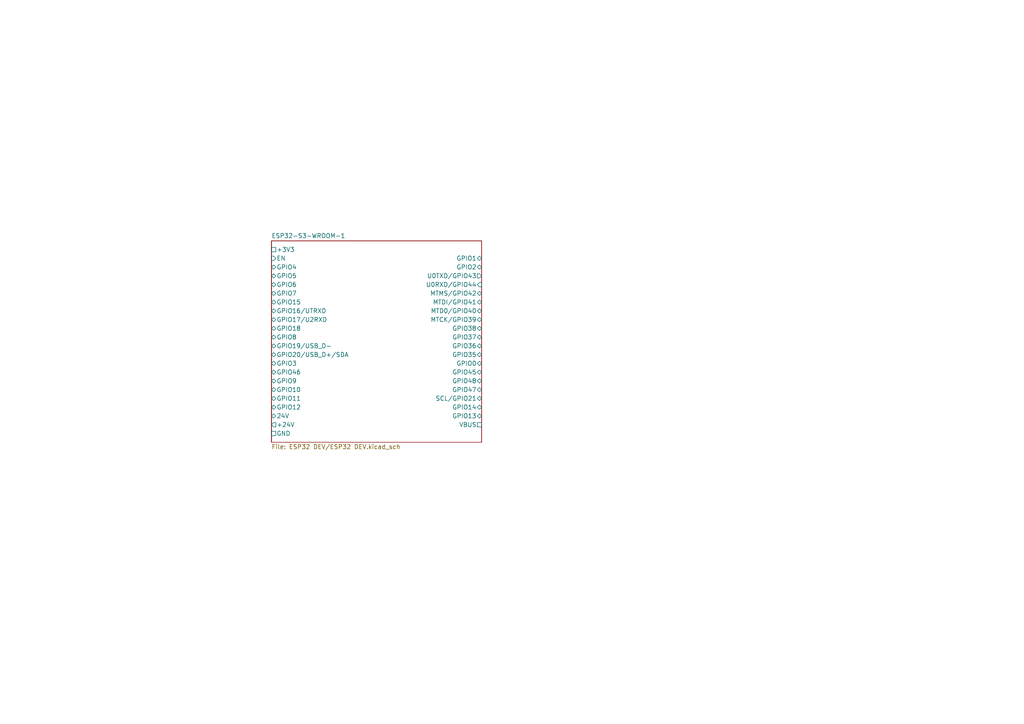
<source format=kicad_sch>
(kicad_sch
	(version 20231120)
	(generator "eeschema")
	(generator_version "8.0")
	(uuid "2620ac77-dbc2-4aa4-9d5b-f8527d9221bb")
	(paper "A4")
	(lib_symbols)
	(sheet
		(at 78.74 69.85)
		(size 60.96 58.42)
		(fields_autoplaced yes)
		(stroke
			(width 0.1524)
			(type solid)
		)
		(fill
			(color 0 0 0 0.0000)
		)
		(uuid "89e51f82-56d8-4751-8588-2441f0b7f948")
		(property "Sheetname" "ESP32-S3-WROOM-1"
			(at 78.74 69.1384 0)
			(effects
				(font
					(size 1.27 1.27)
				)
				(justify left bottom)
			)
		)
		(property "Sheetfile" "ESP32 DEV/ESP32 DEV.kicad_sch"
			(at 78.74 128.8546 0)
			(effects
				(font
					(size 1.27 1.27)
				)
				(justify left top)
			)
		)
		(pin "+3V3" passive
			(at 78.74 72.39 180)
			(effects
				(font
					(size 1.27 1.27)
				)
				(justify left)
			)
			(uuid "4a94782e-5469-418c-a113-644b0fcab719")
		)
		(pin "EN" input
			(at 78.74 74.93 180)
			(effects
				(font
					(size 1.27 1.27)
				)
				(justify left)
			)
			(uuid "89814a20-45df-4fb0-ac10-a45a00757dd5")
		)
		(pin "GPIO6" bidirectional
			(at 78.74 82.55 180)
			(effects
				(font
					(size 1.27 1.27)
				)
				(justify left)
			)
			(uuid "472c2433-6fee-46aa-8805-d30b8095aa9b")
		)
		(pin "GPIO5" bidirectional
			(at 78.74 80.01 180)
			(effects
				(font
					(size 1.27 1.27)
				)
				(justify left)
			)
			(uuid "4731feb0-565e-4b9d-988f-dc24fa2a9000")
		)
		(pin "GPIO3" bidirectional
			(at 78.74 105.41 180)
			(effects
				(font
					(size 1.27 1.27)
				)
				(justify left)
			)
			(uuid "38ec3fd7-9c8d-4f42-a692-73ced588c2cf")
		)
		(pin "GPIO19{slash}USB_D-" bidirectional
			(at 78.74 100.33 180)
			(effects
				(font
					(size 1.27 1.27)
				)
				(justify left)
			)
			(uuid "4665d0a5-2781-4650-bb92-8d247b54f6f0")
		)
		(pin "GPIO7" bidirectional
			(at 78.74 85.09 180)
			(effects
				(font
					(size 1.27 1.27)
				)
				(justify left)
			)
			(uuid "35eaec48-6f1a-44f0-8573-999a6e7c0418")
		)
		(pin "GPIO4" bidirectional
			(at 78.74 77.47 180)
			(effects
				(font
					(size 1.27 1.27)
				)
				(justify left)
			)
			(uuid "2aa7493a-94c3-44b0-a459-f502aba4c891")
		)
		(pin "GPIO15" bidirectional
			(at 78.74 87.63 180)
			(effects
				(font
					(size 1.27 1.27)
				)
				(justify left)
			)
			(uuid "189617da-b870-48d1-ac2d-8ecc43e39956")
		)
		(pin "+24V" output
			(at 78.74 123.19 180)
			(effects
				(font
					(size 1.27 1.27)
				)
				(justify left)
			)
			(uuid "70353765-0c00-4058-9413-b6d764d91bba")
		)
		(pin "GND" passive
			(at 78.74 125.73 180)
			(effects
				(font
					(size 1.27 1.27)
				)
				(justify left)
			)
			(uuid "7b07c9f0-c6d7-4c94-8fb0-726c99f74a78")
		)
		(pin "GPIO12" bidirectional
			(at 78.74 118.11 180)
			(effects
				(font
					(size 1.27 1.27)
				)
				(justify left)
			)
			(uuid "92d71a3c-7875-412b-8124-846cf81f428f")
		)
		(pin "GPIO14" bidirectional
			(at 139.7 118.11 0)
			(effects
				(font
					(size 1.27 1.27)
				)
				(justify right)
			)
			(uuid "18ad65cf-f3cc-4533-b801-054ae1838ba7")
		)
		(pin "VBUS" passive
			(at 139.7 123.19 0)
			(effects
				(font
					(size 1.27 1.27)
				)
				(justify right)
			)
			(uuid "0b9cd399-4f79-4bb7-871b-317acb52ccb0")
		)
		(pin "24V" bidirectional
			(at 78.74 120.65 180)
			(effects
				(font
					(size 1.27 1.27)
				)
				(justify left)
			)
			(uuid "3cb4d562-e854-4e09-9f39-cf66b8fadab0")
		)
		(pin "GPIO13" bidirectional
			(at 139.7 120.65 0)
			(effects
				(font
					(size 1.27 1.27)
				)
				(justify right)
			)
			(uuid "7b4f21a2-bf87-4f17-8b53-0f4fb2906f4c")
		)
		(pin "MTD0{slash}GPIO40" bidirectional
			(at 139.7 90.17 0)
			(effects
				(font
					(size 1.27 1.27)
				)
				(justify right)
			)
			(uuid "953a0742-fe97-4ed1-854d-b1c3331c54d0")
		)
		(pin "GPIO8" bidirectional
			(at 78.74 97.79 180)
			(effects
				(font
					(size 1.27 1.27)
				)
				(justify left)
			)
			(uuid "3ca32cc6-c02b-4ea3-a6fa-3f3136603fe6")
		)
		(pin "GPIO17{slash}U2RXD" bidirectional
			(at 78.74 92.71 180)
			(effects
				(font
					(size 1.27 1.27)
				)
				(justify left)
			)
			(uuid "8bb7c77e-2cdc-4f83-81f0-261c15d4e33a")
		)
		(pin "GPIO37" bidirectional
			(at 139.7 97.79 0)
			(effects
				(font
					(size 1.27 1.27)
				)
				(justify right)
			)
			(uuid "f6b7a651-b3c9-45ff-9a83-7c301a2b84c4")
		)
		(pin "GPIO16{slash}UTRXD" bidirectional
			(at 78.74 90.17 180)
			(effects
				(font
					(size 1.27 1.27)
				)
				(justify left)
			)
			(uuid "1f29fc8c-d634-419e-8ba6-019b86b10b5e")
		)
		(pin "GPIO18" bidirectional
			(at 78.74 95.25 180)
			(effects
				(font
					(size 1.27 1.27)
				)
				(justify left)
			)
			(uuid "3dd23469-11e1-457d-9287-9600f4803367")
		)
		(pin "SCL{slash}GPIO21" bidirectional
			(at 139.7 115.57 0)
			(effects
				(font
					(size 1.27 1.27)
				)
				(justify right)
			)
			(uuid "0c2a63c4-431f-4d58-b6e0-70598f3c2027")
		)
		(pin "MTDI{slash}GPIO41" bidirectional
			(at 139.7 87.63 0)
			(effects
				(font
					(size 1.27 1.27)
				)
				(justify right)
			)
			(uuid "be0b9ad7-4232-46c0-8297-3964799c2e35")
		)
		(pin "GPIO35" bidirectional
			(at 139.7 102.87 0)
			(effects
				(font
					(size 1.27 1.27)
				)
				(justify right)
			)
			(uuid "a41e2850-1b37-4651-8dec-ce6ee6f42362")
		)
		(pin "GPIO48" bidirectional
			(at 139.7 110.49 0)
			(effects
				(font
					(size 1.27 1.27)
				)
				(justify right)
			)
			(uuid "0d4d6dd9-db75-4105-bc18-7dc1ed3098de")
		)
		(pin "GPIO36" bidirectional
			(at 139.7 100.33 0)
			(effects
				(font
					(size 1.27 1.27)
				)
				(justify right)
			)
			(uuid "34ac58da-6589-4665-9784-ca11e76639dd")
		)
		(pin "GPIO38" bidirectional
			(at 139.7 95.25 0)
			(effects
				(font
					(size 1.27 1.27)
				)
				(justify right)
			)
			(uuid "ca181a95-e12c-4628-98c2-4d72ca069a8e")
		)
		(pin "GPIO2" bidirectional
			(at 139.7 77.47 0)
			(effects
				(font
					(size 1.27 1.27)
				)
				(justify right)
			)
			(uuid "186bff33-0368-4e52-bc74-39c9001cd965")
		)
		(pin "GPIO1" bidirectional
			(at 139.7 74.93 0)
			(effects
				(font
					(size 1.27 1.27)
				)
				(justify right)
			)
			(uuid "22899332-490b-4e57-b852-0c7230217af9")
		)
		(pin "U0TXD{slash}GPIO43" output
			(at 139.7 80.01 0)
			(effects
				(font
					(size 1.27 1.27)
				)
				(justify right)
			)
			(uuid "be4ce9e7-0029-4568-a4c6-0f24f249d6cf")
		)
		(pin "MTMS{slash}GPIO42" bidirectional
			(at 139.7 85.09 0)
			(effects
				(font
					(size 1.27 1.27)
				)
				(justify right)
			)
			(uuid "b785a45d-ce88-44d4-9437-45c557949640")
		)
		(pin "U0RXD{slash}GPIO44" input
			(at 139.7 82.55 0)
			(effects
				(font
					(size 1.27 1.27)
				)
				(justify right)
			)
			(uuid "641bd53c-ded5-47f5-8675-22e281efccf7")
		)
		(pin "GPIO47" bidirectional
			(at 139.7 113.03 0)
			(effects
				(font
					(size 1.27 1.27)
				)
				(justify right)
			)
			(uuid "525a0c7b-059b-49c4-9e6a-757b763184ec")
		)
		(pin "GPIO20{slash}USB_D+{slash}SDA" bidirectional
			(at 78.74 102.87 180)
			(effects
				(font
					(size 1.27 1.27)
				)
				(justify left)
			)
			(uuid "96ba4c2b-982b-467b-9134-5711a3ae8fec")
		)
		(pin "GPIO9" bidirectional
			(at 78.74 110.49 180)
			(effects
				(font
					(size 1.27 1.27)
				)
				(justify left)
			)
			(uuid "6e9d18af-2b7c-47b7-b698-ab31a17c33b8")
		)
		(pin "GPIO46" bidirectional
			(at 78.74 107.95 180)
			(effects
				(font
					(size 1.27 1.27)
				)
				(justify left)
			)
			(uuid "fa574736-5b1d-4e00-b442-32cd542a7391")
		)
		(pin "GPIO10" bidirectional
			(at 78.74 113.03 180)
			(effects
				(font
					(size 1.27 1.27)
				)
				(justify left)
			)
			(uuid "10a88d81-4a10-4264-b94a-c127eaa8d10b")
		)
		(pin "GPIO11" bidirectional
			(at 78.74 115.57 180)
			(effects
				(font
					(size 1.27 1.27)
				)
				(justify left)
			)
			(uuid "de9691fb-156f-4c07-a8f5-0dcb0942ecbe")
		)
		(pin "MTCK{slash}GPIO39" bidirectional
			(at 139.7 92.71 0)
			(effects
				(font
					(size 1.27 1.27)
				)
				(justify right)
			)
			(uuid "8f1e8419-c5be-49a3-9e0d-9a434cc3b1ae")
		)
		(pin "GPIO45" bidirectional
			(at 139.7 107.95 0)
			(effects
				(font
					(size 1.27 1.27)
				)
				(justify right)
			)
			(uuid "8b1e3918-9f36-40c0-95a3-e4d60db0dfff")
		)
		(pin "GPIO0" bidirectional
			(at 139.7 105.41 0)
			(effects
				(font
					(size 1.27 1.27)
				)
				(justify right)
			)
			(uuid "92ed6b48-c242-4352-9030-1219f40ef1c4")
		)
		(instances
			(project "Template"
				(path "/2620ac77-dbc2-4aa4-9d5b-f8527d9221bb"
					(page "2")
				)
			)
		)
	)
	(sheet_instances
		(path "/"
			(page "1")
		)
	)
)

</source>
